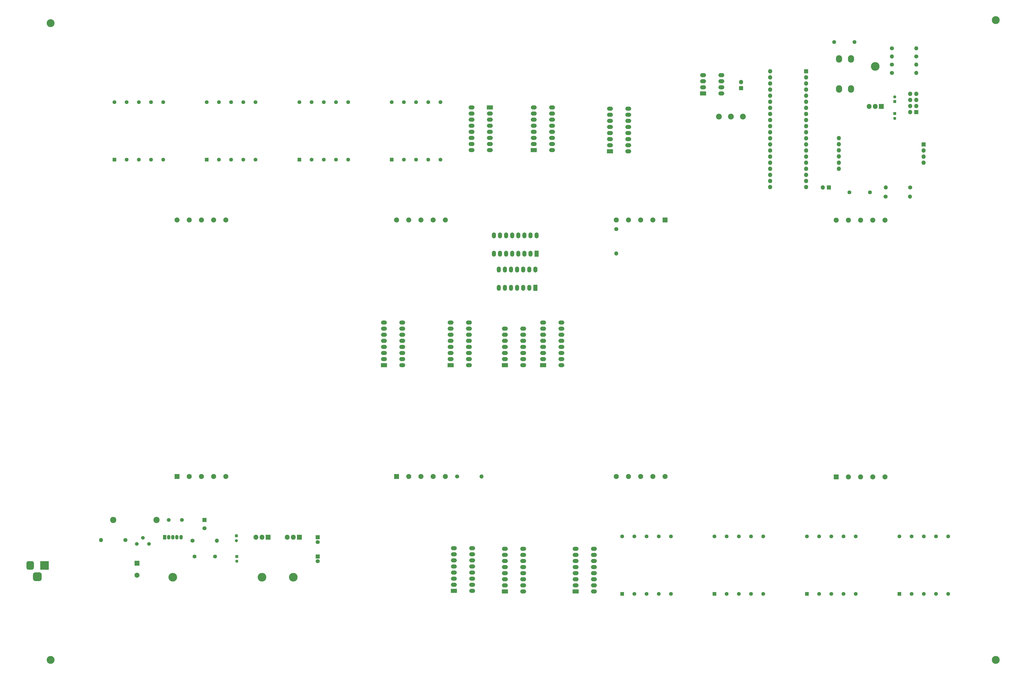
<source format=gts>
G04 #@! TF.GenerationSoftware,KiCad,Pcbnew,(5.1.6)-1*
G04 #@! TF.CreationDate,2020-10-29T12:29:55+07:00*
G04 #@! TF.ProjectId,Clock,436c6f63-6b2e-46b6-9963-61645f706362,rev?*
G04 #@! TF.SameCoordinates,Original*
G04 #@! TF.FileFunction,Soldermask,Top*
G04 #@! TF.FilePolarity,Negative*
%FSLAX46Y46*%
G04 Gerber Fmt 4.6, Leading zero omitted, Abs format (unit mm)*
G04 Created by KiCad (PCBNEW (5.1.6)-1) date 2020-10-29 12:29:55*
%MOMM*%
%LPD*%
G01*
G04 APERTURE LIST*
%ADD10C,3.300000*%
%ADD11C,1.624000*%
%ADD12O,1.800000X1.800000*%
%ADD13R,1.800000X1.800000*%
%ADD14O,1.700000X1.700000*%
%ADD15C,1.700000*%
%ADD16C,2.440000*%
%ADD17O,2.500000X1.700000*%
%ADD18R,2.500000X1.700000*%
%ADD19O,1.700000X2.500000*%
%ADD20R,1.700000X2.500000*%
%ADD21O,2.600000X3.100000*%
%ADD22O,2.005000X2.100000*%
%ADD23R,2.005000X2.100000*%
%ADD24O,3.600000X3.600000*%
%ADD25C,1.300000*%
%ADD26R,1.300000X1.300000*%
%ADD27C,1.600000*%
%ADD28R,1.600000X1.600000*%
%ADD29R,2.100000X2.100000*%
%ADD30C,2.100000*%
%ADD31R,1.700000X1.700000*%
%ADD32O,1.375000X1.900000*%
%ADD33R,1.375000X1.900000*%
%ADD34C,1.540000*%
%ADD35R,3.600000X3.600000*%
%ADD36C,2.600000*%
G04 APERTURE END LIST*
D10*
X177800000Y-52070000D03*
X571500000Y-50800000D03*
X571500000Y-317500000D03*
X177800000Y-317500000D03*
D11*
X512650000Y-60000000D03*
X504150000Y-60000000D03*
X519050000Y-122600000D03*
X510550000Y-122600000D03*
D12*
X499460000Y-120600000D03*
D13*
X502000000Y-120600000D03*
D14*
X525640000Y-120600000D03*
D15*
X535800000Y-120600000D03*
D14*
X535760000Y-124400000D03*
D15*
X525600000Y-124400000D03*
D16*
X466200000Y-91000000D03*
X461200000Y-91000000D03*
X456200000Y-91000000D03*
D17*
X457220000Y-81400000D03*
X449600000Y-73780000D03*
X457220000Y-78860000D03*
X449600000Y-76320000D03*
X457220000Y-76320000D03*
X449600000Y-78860000D03*
X457220000Y-73780000D03*
D18*
X449600000Y-81400000D03*
D12*
X465400000Y-76660000D03*
D13*
X465400000Y-79200000D03*
D17*
X353130000Y-87250000D03*
X360750000Y-105030000D03*
X353130000Y-89790000D03*
X360750000Y-102490000D03*
X353130000Y-92330000D03*
X360750000Y-99950000D03*
X353130000Y-94870000D03*
X360750000Y-97410000D03*
X353130000Y-97410000D03*
X360750000Y-94870000D03*
X353130000Y-99950000D03*
X360750000Y-92330000D03*
X353130000Y-102490000D03*
X360750000Y-89790000D03*
X353130000Y-105030000D03*
D18*
X360750000Y-87250000D03*
D17*
X404120000Y-289000000D03*
X396500000Y-271220000D03*
X404120000Y-286460000D03*
X396500000Y-273760000D03*
X404120000Y-283920000D03*
X396500000Y-276300000D03*
X404120000Y-281380000D03*
X396500000Y-278840000D03*
X404120000Y-278840000D03*
X396500000Y-281380000D03*
X404120000Y-276300000D03*
X396500000Y-283920000D03*
X404120000Y-273760000D03*
X396500000Y-286460000D03*
X404120000Y-271220000D03*
D18*
X396500000Y-289000000D03*
D19*
X380200000Y-140580000D03*
X362420000Y-148200000D03*
X377660000Y-140580000D03*
X364960000Y-148200000D03*
X375120000Y-140580000D03*
X367500000Y-148200000D03*
X372580000Y-140580000D03*
X370040000Y-148200000D03*
X370040000Y-140580000D03*
X372580000Y-148200000D03*
X367500000Y-140580000D03*
X375120000Y-148200000D03*
X364960000Y-140580000D03*
X377660000Y-148200000D03*
X362420000Y-140580000D03*
D20*
X380200000Y-148200000D03*
D14*
X528240000Y-66000000D03*
D15*
X538400000Y-66000000D03*
D14*
X538360000Y-62600000D03*
D15*
X528200000Y-62600000D03*
D14*
X538360000Y-69400000D03*
D15*
X528200000Y-69400000D03*
D14*
X538360000Y-72800000D03*
D15*
X528200000Y-72800000D03*
D21*
X511200000Y-67000000D03*
X506200000Y-67000000D03*
X511200000Y-79500000D03*
X506200000Y-79500000D03*
D12*
X506150000Y-100030000D03*
X506150000Y-112770000D03*
X506150000Y-110230000D03*
X506150000Y-107670000D03*
X506150000Y-105130000D03*
X506150000Y-102590000D03*
X541450000Y-107680000D03*
X541450000Y-105140000D03*
D13*
X541450000Y-102600000D03*
D12*
X541450000Y-110220000D03*
D22*
X518720000Y-86800000D03*
X521260000Y-86800000D03*
D23*
X523800000Y-86800000D03*
D24*
X521260000Y-70140000D03*
D25*
X529400000Y-82800000D03*
D26*
X529400000Y-84800000D03*
D25*
X529400000Y-91800000D03*
D26*
X529400000Y-89800000D03*
D13*
X538350000Y-89200000D03*
D12*
X538350000Y-86660000D03*
X535810000Y-89200000D03*
X538350000Y-84120000D03*
X535810000Y-86660000D03*
X535810000Y-84120000D03*
X535810000Y-81580000D03*
X538350000Y-81580000D03*
X477516640Y-92434920D03*
X477516640Y-74654920D03*
X477516640Y-79734920D03*
X477516640Y-115294920D03*
X477516640Y-105134920D03*
X477516640Y-77194920D03*
X477516640Y-94974920D03*
X477516640Y-120374920D03*
X477516640Y-110214920D03*
X477516640Y-82274920D03*
X477516640Y-87354920D03*
X477516640Y-100054920D03*
X477516640Y-117834920D03*
X477516640Y-72114920D03*
X477516640Y-89894920D03*
X477516640Y-102594920D03*
X477516640Y-107674920D03*
X477516640Y-84814920D03*
X477516640Y-112754920D03*
X477516640Y-97514920D03*
X492516640Y-102594920D03*
X492516640Y-84814920D03*
X492516640Y-77194920D03*
X492516640Y-94974920D03*
X492516640Y-115294920D03*
X492516640Y-107674920D03*
X492516640Y-89894920D03*
X492516640Y-82274920D03*
X492516640Y-120374920D03*
X492516640Y-110214920D03*
X492516640Y-79734920D03*
X492516640Y-105134920D03*
X492516640Y-117834920D03*
D13*
X492516640Y-72114920D03*
D12*
X492516640Y-74654920D03*
X492516640Y-87354920D03*
X492516640Y-100054920D03*
X492516640Y-92434920D03*
X492516640Y-112754920D03*
X492516640Y-97514920D03*
D17*
X374620000Y-289000000D03*
X367000000Y-271220000D03*
X374620000Y-286460000D03*
X367000000Y-273760000D03*
X374620000Y-283920000D03*
X367000000Y-276300000D03*
X374620000Y-281380000D03*
X367000000Y-278840000D03*
X374620000Y-278840000D03*
X367000000Y-281380000D03*
X374620000Y-276300000D03*
X367000000Y-283920000D03*
X374620000Y-273760000D03*
X367000000Y-286460000D03*
X374620000Y-271220000D03*
D18*
X367000000Y-289000000D03*
D17*
X353370000Y-288750000D03*
X345750000Y-270970000D03*
X353370000Y-286210000D03*
X345750000Y-273510000D03*
X353370000Y-283670000D03*
X345750000Y-276050000D03*
X353370000Y-281130000D03*
X345750000Y-278590000D03*
X353370000Y-278590000D03*
X345750000Y-281130000D03*
X353370000Y-276050000D03*
X345750000Y-283670000D03*
X353370000Y-273510000D03*
X345750000Y-286210000D03*
X353370000Y-270970000D03*
D18*
X345750000Y-288750000D03*
D17*
X386620000Y-105000000D03*
X379000000Y-87220000D03*
X386620000Y-102460000D03*
X379000000Y-89760000D03*
X386620000Y-99920000D03*
X379000000Y-92300000D03*
X386620000Y-97380000D03*
X379000000Y-94840000D03*
X386620000Y-94840000D03*
X379000000Y-97380000D03*
X386620000Y-92300000D03*
X379000000Y-99920000D03*
X386620000Y-89760000D03*
X379000000Y-102460000D03*
X386620000Y-87220000D03*
D18*
X379000000Y-105000000D03*
D17*
X418370000Y-105500000D03*
X410750000Y-87720000D03*
X418370000Y-102960000D03*
X410750000Y-90260000D03*
X418370000Y-100420000D03*
X410750000Y-92800000D03*
X418370000Y-97880000D03*
X410750000Y-95340000D03*
X418370000Y-95340000D03*
X410750000Y-97880000D03*
X418370000Y-92800000D03*
X410750000Y-100420000D03*
X418370000Y-90260000D03*
X410750000Y-102960000D03*
X418370000Y-87720000D03*
D18*
X410750000Y-105500000D03*
D27*
X415840000Y-266000000D03*
X420920000Y-266000000D03*
X426000000Y-266000000D03*
X431080000Y-266000000D03*
X436160000Y-266000000D03*
X436160000Y-290000000D03*
X431080000Y-290000000D03*
X426000000Y-290000000D03*
X420920000Y-290000000D03*
D28*
X415840000Y-290000000D03*
D27*
X319840000Y-85000000D03*
X324920000Y-85000000D03*
X330000000Y-85000000D03*
X335080000Y-85000000D03*
X340160000Y-85000000D03*
X340160000Y-109000000D03*
X335080000Y-109000000D03*
X330000000Y-109000000D03*
X324920000Y-109000000D03*
D28*
X319840000Y-109000000D03*
D27*
X242840000Y-85000000D03*
X247920000Y-85000000D03*
X253000000Y-85000000D03*
X258080000Y-85000000D03*
X263160000Y-85000000D03*
X263160000Y-109000000D03*
X258080000Y-109000000D03*
X253000000Y-109000000D03*
X247920000Y-109000000D03*
D28*
X242840000Y-109000000D03*
D27*
X204340000Y-85000000D03*
X209420000Y-85000000D03*
X214500000Y-85000000D03*
X219580000Y-85000000D03*
X224660000Y-85000000D03*
X224660000Y-109000000D03*
X219580000Y-109000000D03*
X214500000Y-109000000D03*
X209420000Y-109000000D03*
D28*
X204340000Y-109000000D03*
D14*
X413450000Y-148060000D03*
D15*
X413450000Y-137900000D03*
D29*
X230436000Y-241100000D03*
D30*
X235516000Y-241100000D03*
X240596000Y-241100000D03*
X245676000Y-241100000D03*
X250756000Y-241100000D03*
X250756000Y-134100000D03*
X245676000Y-134100000D03*
X240596000Y-134100000D03*
X235516000Y-134100000D03*
X230436000Y-134100000D03*
D29*
X321876000Y-241100000D03*
D30*
X326956000Y-241100000D03*
X332036000Y-241100000D03*
X337116000Y-241100000D03*
X342196000Y-241100000D03*
X342196000Y-134100000D03*
X337116000Y-134100000D03*
X332036000Y-134100000D03*
X326956000Y-134100000D03*
X321876000Y-134100000D03*
X433760000Y-241100000D03*
X428680000Y-241100000D03*
X423600000Y-241100000D03*
X418520000Y-241100000D03*
X413440000Y-241100000D03*
X413440000Y-134100000D03*
X418520000Y-134100000D03*
X423600000Y-134100000D03*
X428680000Y-134100000D03*
D29*
X433760000Y-134100000D03*
D27*
X531340000Y-266000000D03*
X536420000Y-266000000D03*
X541500000Y-266000000D03*
X546580000Y-266000000D03*
X551660000Y-266000000D03*
X551660000Y-290000000D03*
X546580000Y-290000000D03*
X541500000Y-290000000D03*
X536420000Y-290000000D03*
D28*
X531340000Y-290000000D03*
D27*
X492840000Y-266000000D03*
X497920000Y-266000000D03*
X503000000Y-266000000D03*
X508080000Y-266000000D03*
X513160000Y-266000000D03*
X513160000Y-290000000D03*
X508080000Y-290000000D03*
X503000000Y-290000000D03*
X497920000Y-290000000D03*
D28*
X492840000Y-290000000D03*
D19*
X379750000Y-154780000D03*
X364510000Y-162400000D03*
X377210000Y-154780000D03*
X367050000Y-162400000D03*
X374670000Y-154780000D03*
X369590000Y-162400000D03*
X372130000Y-154780000D03*
X372130000Y-162400000D03*
X369590000Y-154780000D03*
X374670000Y-162400000D03*
X367050000Y-154780000D03*
X377210000Y-162400000D03*
X364510000Y-154780000D03*
D20*
X379750000Y-162400000D03*
D17*
X374670000Y-194650000D03*
X367050000Y-179410000D03*
X374670000Y-192110000D03*
X367050000Y-181950000D03*
X374670000Y-189570000D03*
X367050000Y-184490000D03*
X374670000Y-187030000D03*
X367050000Y-187030000D03*
X374670000Y-184490000D03*
X367050000Y-189570000D03*
X374670000Y-181950000D03*
X367050000Y-192110000D03*
X374670000Y-179410000D03*
D18*
X367050000Y-194650000D03*
D27*
X454340000Y-266000000D03*
X459420000Y-266000000D03*
X464500000Y-266000000D03*
X469580000Y-266000000D03*
X474660000Y-266000000D03*
X474660000Y-290000000D03*
X469580000Y-290000000D03*
X464500000Y-290000000D03*
X459420000Y-290000000D03*
D28*
X454340000Y-290000000D03*
D17*
X324270000Y-194700000D03*
X316650000Y-176920000D03*
X324270000Y-192160000D03*
X316650000Y-179460000D03*
X324270000Y-189620000D03*
X316650000Y-182000000D03*
X324270000Y-187080000D03*
X316650000Y-184540000D03*
X324270000Y-184540000D03*
X316650000Y-187080000D03*
X324270000Y-182000000D03*
X316650000Y-189620000D03*
X324270000Y-179460000D03*
X316650000Y-192160000D03*
X324270000Y-176920000D03*
D18*
X316650000Y-194700000D03*
D22*
X276320000Y-266400000D03*
X278860000Y-266400000D03*
D23*
X281400000Y-266400000D03*
D24*
X278860000Y-283060000D03*
D22*
X263320000Y-266400000D03*
X265860000Y-266400000D03*
D23*
X268400000Y-266400000D03*
D24*
X265860000Y-283060000D03*
D14*
X357260000Y-241100000D03*
D15*
X347100000Y-241100000D03*
D17*
X390520000Y-194700000D03*
X382900000Y-176920000D03*
X390520000Y-192160000D03*
X382900000Y-179460000D03*
X390520000Y-189620000D03*
X382900000Y-182000000D03*
X390520000Y-187080000D03*
X382900000Y-184540000D03*
X390520000Y-184540000D03*
X382900000Y-187080000D03*
X390520000Y-182000000D03*
X382900000Y-189620000D03*
X390520000Y-179460000D03*
X382900000Y-192160000D03*
X390520000Y-176920000D03*
D18*
X382900000Y-194700000D03*
D17*
X352070000Y-194650000D03*
X344450000Y-176870000D03*
X352070000Y-192110000D03*
X344450000Y-179410000D03*
X352070000Y-189570000D03*
X344450000Y-181950000D03*
X352070000Y-187030000D03*
X344450000Y-184490000D03*
X352070000Y-184490000D03*
X344450000Y-187030000D03*
X352070000Y-181950000D03*
X344450000Y-189570000D03*
X352070000Y-179410000D03*
X344450000Y-192110000D03*
X352070000Y-176870000D03*
D18*
X344450000Y-194650000D03*
D15*
X289000000Y-268400000D03*
D31*
X289000000Y-266400000D03*
D25*
X255200000Y-267800000D03*
D26*
X255200000Y-265800000D03*
D15*
X289000000Y-276400000D03*
D31*
X289000000Y-274400000D03*
D25*
X255300000Y-276400000D03*
D26*
X255300000Y-274400000D03*
D27*
X281390000Y-85000000D03*
X286470000Y-85000000D03*
X291550000Y-85000000D03*
X296630000Y-85000000D03*
X301710000Y-85000000D03*
X301710000Y-109000000D03*
X296630000Y-109000000D03*
X291550000Y-109000000D03*
X286470000Y-109000000D03*
D28*
X281390000Y-109000000D03*
D32*
X232100000Y-266400000D03*
X230400000Y-266400000D03*
X228700000Y-266400000D03*
X227000000Y-266400000D03*
D33*
X225300000Y-266400000D03*
D24*
X228700000Y-283060000D03*
D34*
X213700000Y-269150000D03*
X216240000Y-266610000D03*
X218780000Y-269150000D03*
D14*
X247010000Y-267850000D03*
D15*
X236850000Y-267850000D03*
D14*
X198740000Y-267600000D03*
D15*
X208900000Y-267600000D03*
G36*
G01*
X170460000Y-283730000D02*
X170460000Y-281930000D01*
G75*
G02*
X171360000Y-281030000I900000J0D01*
G01*
X173160000Y-281030000D01*
G75*
G02*
X174060000Y-281930000I0J-900000D01*
G01*
X174060000Y-283730000D01*
G75*
G02*
X173160000Y-284630000I-900000J0D01*
G01*
X171360000Y-284630000D01*
G75*
G02*
X170460000Y-283730000I0J900000D01*
G01*
G37*
G36*
G01*
X167710000Y-279155000D02*
X167710000Y-277105000D01*
G75*
G02*
X168485000Y-276330000I775000J0D01*
G01*
X170035000Y-276330000D01*
G75*
G02*
X170810000Y-277105000I0J-775000D01*
G01*
X170810000Y-279155000D01*
G75*
G02*
X170035000Y-279930000I-775000J0D01*
G01*
X168485000Y-279930000D01*
G75*
G02*
X167710000Y-279155000I0J775000D01*
G01*
G37*
D35*
X175260000Y-278130000D03*
D27*
X232500000Y-259150000D03*
X227000000Y-259150000D03*
D36*
X203900000Y-259150000D03*
X221900000Y-259150000D03*
D15*
X241850000Y-262650000D03*
D31*
X241850000Y-259150000D03*
D30*
X213800000Y-282200000D03*
D29*
X213800000Y-277200000D03*
D11*
X246250000Y-274400000D03*
X237750000Y-274400000D03*
D29*
X505040000Y-241200000D03*
D30*
X510120000Y-241200000D03*
X515200000Y-241200000D03*
X520280000Y-241200000D03*
X525360000Y-241200000D03*
X525360000Y-134200000D03*
X520280000Y-134200000D03*
X515200000Y-134200000D03*
X510120000Y-134200000D03*
X505040000Y-134200000D03*
M02*

</source>
